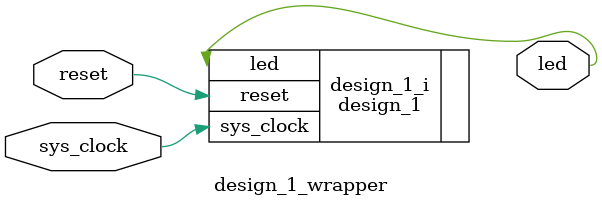
<source format=v>
`timescale 1 ps / 1 ps

module design_1_wrapper
   (led,
    reset,
    sys_clock);
  output led;
  input reset;
  input sys_clock;

  wire led;
  wire reset;
  wire sys_clock;

  design_1 design_1_i
       (.led(led),
        .reset(reset),
        .sys_clock(sys_clock));
endmodule

</source>
